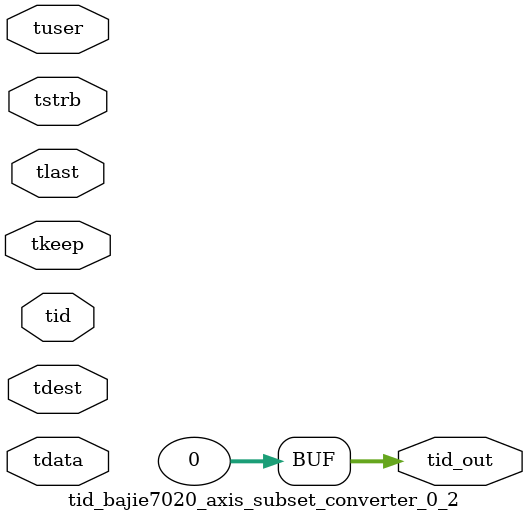
<source format=v>


`timescale 1ps/1ps

module tid_bajie7020_axis_subset_converter_0_2 #
(
parameter C_S_AXIS_TID_WIDTH   = 1,
parameter C_S_AXIS_TUSER_WIDTH = 0,
parameter C_S_AXIS_TDATA_WIDTH = 0,
parameter C_S_AXIS_TDEST_WIDTH = 0,
parameter C_M_AXIS_TID_WIDTH   = 32
)
(
input  [(C_S_AXIS_TID_WIDTH   == 0 ? 1 : C_S_AXIS_TID_WIDTH)-1:0       ] tid,
input  [(C_S_AXIS_TDATA_WIDTH == 0 ? 1 : C_S_AXIS_TDATA_WIDTH)-1:0     ] tdata,
input  [(C_S_AXIS_TUSER_WIDTH == 0 ? 1 : C_S_AXIS_TUSER_WIDTH)-1:0     ] tuser,
input  [(C_S_AXIS_TDEST_WIDTH == 0 ? 1 : C_S_AXIS_TDEST_WIDTH)-1:0     ] tdest,
input  [(C_S_AXIS_TDATA_WIDTH/8)-1:0 ] tkeep,
input  [(C_S_AXIS_TDATA_WIDTH/8)-1:0 ] tstrb,
input                                                                    tlast,
output [(C_M_AXIS_TID_WIDTH   == 0 ? 1 : C_M_AXIS_TID_WIDTH)-1:0       ] tid_out
);

assign tid_out = {1'b0};

endmodule


</source>
